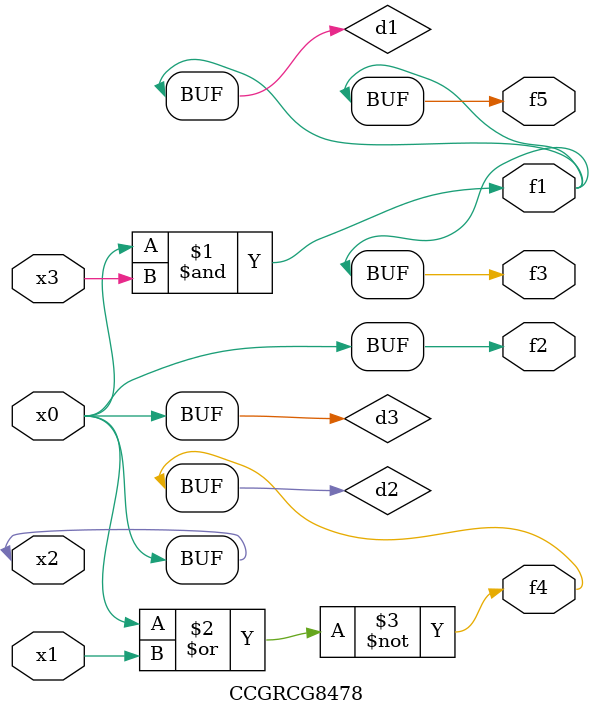
<source format=v>
module CCGRCG8478(
	input x0, x1, x2, x3,
	output f1, f2, f3, f4, f5
);

	wire d1, d2, d3;

	and (d1, x2, x3);
	nor (d2, x0, x1);
	buf (d3, x0, x2);
	assign f1 = d1;
	assign f2 = d3;
	assign f3 = d1;
	assign f4 = d2;
	assign f5 = d1;
endmodule

</source>
